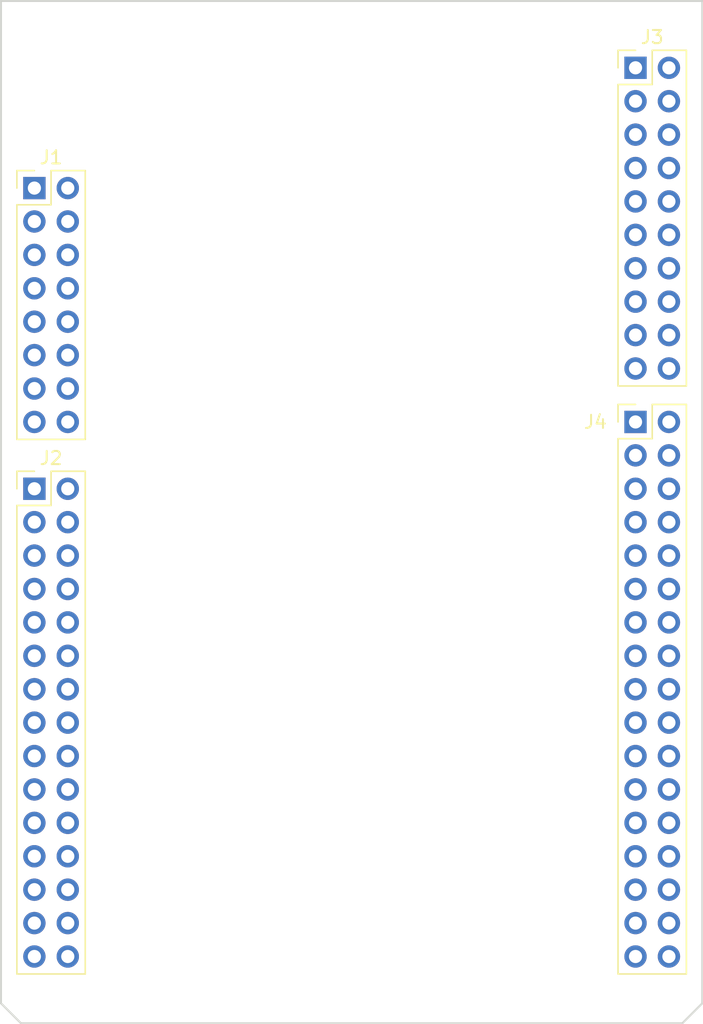
<source format=kicad_pcb>
(kicad_pcb (version 20171130) (host pcbnew 5.0.1)

  (general
    (thickness 1.6)
    (drawings 6)
    (tracks 0)
    (zones 0)
    (modules 4)
    (nets 93)
  )

  (page A4)
  (layers
    (0 F.Cu signal)
    (31 B.Cu signal)
    (36 B.SilkS user)
    (37 F.SilkS user)
    (38 B.Mask user)
    (39 F.Mask user)
    (44 Edge.Cuts user)
    (45 Margin user)
    (46 B.CrtYd user)
    (47 F.CrtYd user)
    (48 B.Fab user hide)
    (49 F.Fab user hide)
  )

  (setup
    (last_trace_width 0.1524)
    (trace_clearance 0.1524)
    (zone_clearance 0.508)
    (zone_45_only no)
    (trace_min 0.1524)
    (segment_width 0.2)
    (edge_width 0.15)
    (via_size 0.6858)
    (via_drill 0.3302)
    (via_min_size 0.508)
    (via_min_drill 0.254)
    (uvia_size 0.6858)
    (uvia_drill 0.3302)
    (uvias_allowed no)
    (uvia_min_size 0.2)
    (uvia_min_drill 0.1)
    (pcb_text_width 0.3)
    (pcb_text_size 1.5 1.5)
    (mod_edge_width 0.15)
    (mod_text_size 1 1)
    (mod_text_width 0.15)
    (pad_size 1.524 1.524)
    (pad_drill 0.762)
    (pad_to_mask_clearance 0.0508)
    (solder_mask_min_width 0.25)
    (aux_axis_origin 0 0)
    (visible_elements 7FFFFFFF)
    (pcbplotparams
      (layerselection 0x010f0_ffffffff)
      (usegerberextensions false)
      (usegerberattributes false)
      (usegerberadvancedattributes false)
      (creategerberjobfile false)
      (excludeedgelayer true)
      (linewidth 0.100000)
      (plotframeref false)
      (viasonmask false)
      (mode 1)
      (useauxorigin false)
      (hpglpennumber 1)
      (hpglpenspeed 20)
      (hpglpendiameter 15.000000)
      (psnegative false)
      (psa4output false)
      (plotreference true)
      (plotvalue true)
      (plotinvisibletext false)
      (padsonsilk false)
      (subtractmaskfromsilk false)
      (outputformat 1)
      (mirror false)
      (drillshape 0)
      (scaleselection 1)
      (outputdirectory "gerbers"))
  )

  (net 0 "")
  (net 1 "Net-(J2-Pad15)")
  (net 2 "Net-(J2-Pad13)")
  (net 3 "Net-(J1-Pad1)")
  (net 4 /PG1)
  (net 5 /PG0)
  (net 6 /PF9)
  (net 7 /PD1)
  (net 8 /PF7)
  (net 9 /PD0)
  (net 10 /PF8)
  (net 11 GND)
  (net 12 /PE3)
  (net 13 /PF0)
  (net 14 /PE6)
  (net 15 /PF1)
  (net 16 /PE5)
  (net 17 /PF2)
  (net 18 /PE4)
  (net 19 /PE2)
  (net 20 /PF10)
  (net 21 /PD3)
  (net 22 /PF5)
  (net 23 /PD4)
  (net 24 /PF3)
  (net 25 /PD5)
  (net 26 /PC3)
  (net 27 /PD6)
  (net 28 /PC0)
  (net 29 /PD7)
  (net 30 /PA3)
  (net 31 /PG3)
  (net 32 /VIN)
  (net 33 /PG2)
  (net 34 /PD2)
  (net 35 /PC12)
  (net 36 +5V)
  (net 37 /PC11)
  (net 38 +3V3)
  (net 39 /PC10)
  (net 40 /NRST)
  (net 41 /PC9)
  (net 42 /IOREF)
  (net 43 /PC8)
  (net 44 /PB11)
  (net 45 /PE0)
  (net 46 /PB10)
  (net 47 /PB0)
  (net 48 /PE15)
  (net 49 /PA0)
  (net 50 /PE14)
  (net 51 /PE12)
  (net 52 /PE2_NC)
  (net 53 /PE10)
  (net 54 /PD11)
  (net 55 /PD12)
  (net 56 /PE7)
  (net 57 /PD13)
  (net 58 /PE8)
  (net 59 /PG9)
  (net 60 /PB2)
  (net 61 /PG14)
  (net 62 /PB6)
  (net 63 /PF15)
  (net 64 /PF4)
  (net 65 /PE13)
  (net 66 /PC2)
  (net 67 /PB1)
  (net 68 /PE11)
  (net 69 /PE9)
  (net 70 GNDA)
  (net 71 /PF13)
  (net 72 VDDA)
  (net 73 /PF12)
  (net 74 /PB4)
  (net 75 /PD15)
  (net 76 /PA4)
  (net 77 /PD14)
  (net 78 /PB3)
  (net 79 /PA7)
  (net 80 /PB5)
  (net 81 /PA6)
  (net 82 /PC7)
  (net 83 /PA5)
  (net 84 /PA15)
  (net 85 /PB12)
  (net 86 /AREF)
  (net 87 /PB13)
  (net 88 /PB9)
  (net 89 /PB15)
  (net 90 /PB8)
  (net 91 /PC6)
  (net 92 /PF14)

  (net_class Default "This is the default net class."
    (clearance 0.1524)
    (trace_width 0.1524)
    (via_dia 0.6858)
    (via_drill 0.3302)
    (uvia_dia 0.6858)
    (uvia_drill 0.3302)
    (diff_pair_gap 0.254)
    (diff_pair_width 0.1524)
    (add_net +3V3)
    (add_net +5V)
    (add_net /AREF)
    (add_net /IOREF)
    (add_net /NRST)
    (add_net /PA0)
    (add_net /PA15)
    (add_net /PA3)
    (add_net /PA4)
    (add_net /PA5)
    (add_net /PA6)
    (add_net /PA7)
    (add_net /PB0)
    (add_net /PB1)
    (add_net /PB10)
    (add_net /PB11)
    (add_net /PB12)
    (add_net /PB13)
    (add_net /PB15)
    (add_net /PB2)
    (add_net /PB3)
    (add_net /PB4)
    (add_net /PB5)
    (add_net /PB6)
    (add_net /PB8)
    (add_net /PB9)
    (add_net /PC0)
    (add_net /PC10)
    (add_net /PC11)
    (add_net /PC12)
    (add_net /PC2)
    (add_net /PC3)
    (add_net /PC6)
    (add_net /PC7)
    (add_net /PC8)
    (add_net /PC9)
    (add_net /PD0)
    (add_net /PD1)
    (add_net /PD11)
    (add_net /PD12)
    (add_net /PD13)
    (add_net /PD14)
    (add_net /PD15)
    (add_net /PD2)
    (add_net /PD3)
    (add_net /PD4)
    (add_net /PD5)
    (add_net /PD6)
    (add_net /PD7)
    (add_net /PE0)
    (add_net /PE10)
    (add_net /PE11)
    (add_net /PE12)
    (add_net /PE13)
    (add_net /PE14)
    (add_net /PE15)
    (add_net /PE2)
    (add_net /PE2_NC)
    (add_net /PE3)
    (add_net /PE4)
    (add_net /PE5)
    (add_net /PE6)
    (add_net /PE7)
    (add_net /PE8)
    (add_net /PE9)
    (add_net /PF0)
    (add_net /PF1)
    (add_net /PF10)
    (add_net /PF12)
    (add_net /PF13)
    (add_net /PF14)
    (add_net /PF15)
    (add_net /PF2)
    (add_net /PF3)
    (add_net /PF4)
    (add_net /PF5)
    (add_net /PF7)
    (add_net /PF8)
    (add_net /PF9)
    (add_net /PG0)
    (add_net /PG1)
    (add_net /PG14)
    (add_net /PG2)
    (add_net /PG3)
    (add_net /PG9)
    (add_net /VIN)
    (add_net GND)
    (add_net GNDA)
    (add_net "Net-(J1-Pad1)")
    (add_net "Net-(J2-Pad13)")
    (add_net "Net-(J2-Pad15)")
    (add_net VDDA)
  )

  (module Pin_Headers:Pin_Header_Straight_2x08_Pitch2.54mm (layer F.Cu) (tedit 59650532) (tstamp 5C53A9A0)
    (at 101.6 76.2)
    (descr "Through hole straight pin header, 2x08, 2.54mm pitch, double rows")
    (tags "Through hole pin header THT 2x08 2.54mm double row")
    (path /5C5390A7)
    (fp_text reference J1 (at 1.27 -2.33) (layer F.SilkS)
      (effects (font (size 1 1) (thickness 0.15)))
    )
    (fp_text value Conn_02x08_Odd_Even (at 1.27 20.11) (layer F.Fab)
      (effects (font (size 1 1) (thickness 0.15)))
    )
    (fp_text user %R (at 1.27 8.89 90) (layer F.Fab)
      (effects (font (size 1 1) (thickness 0.15)))
    )
    (fp_line (start 4.35 -1.8) (end -1.8 -1.8) (layer F.CrtYd) (width 0.05))
    (fp_line (start 4.35 19.55) (end 4.35 -1.8) (layer F.CrtYd) (width 0.05))
    (fp_line (start -1.8 19.55) (end 4.35 19.55) (layer F.CrtYd) (width 0.05))
    (fp_line (start -1.8 -1.8) (end -1.8 19.55) (layer F.CrtYd) (width 0.05))
    (fp_line (start -1.33 -1.33) (end 0 -1.33) (layer F.SilkS) (width 0.12))
    (fp_line (start -1.33 0) (end -1.33 -1.33) (layer F.SilkS) (width 0.12))
    (fp_line (start 1.27 -1.33) (end 3.87 -1.33) (layer F.SilkS) (width 0.12))
    (fp_line (start 1.27 1.27) (end 1.27 -1.33) (layer F.SilkS) (width 0.12))
    (fp_line (start -1.33 1.27) (end 1.27 1.27) (layer F.SilkS) (width 0.12))
    (fp_line (start 3.87 -1.33) (end 3.87 19.11) (layer F.SilkS) (width 0.12))
    (fp_line (start -1.33 1.27) (end -1.33 19.11) (layer F.SilkS) (width 0.12))
    (fp_line (start -1.33 19.11) (end 3.87 19.11) (layer F.SilkS) (width 0.12))
    (fp_line (start -1.27 0) (end 0 -1.27) (layer F.Fab) (width 0.1))
    (fp_line (start -1.27 19.05) (end -1.27 0) (layer F.Fab) (width 0.1))
    (fp_line (start 3.81 19.05) (end -1.27 19.05) (layer F.Fab) (width 0.1))
    (fp_line (start 3.81 -1.27) (end 3.81 19.05) (layer F.Fab) (width 0.1))
    (fp_line (start 0 -1.27) (end 3.81 -1.27) (layer F.Fab) (width 0.1))
    (pad 16 thru_hole oval (at 2.54 17.78) (size 1.7 1.7) (drill 1) (layers *.Cu *.Mask)
      (net 31 /PG3))
    (pad 15 thru_hole oval (at 0 17.78) (size 1.7 1.7) (drill 1) (layers *.Cu *.Mask)
      (net 32 /VIN))
    (pad 14 thru_hole oval (at 2.54 15.24) (size 1.7 1.7) (drill 1) (layers *.Cu *.Mask)
      (net 33 /PG2))
    (pad 13 thru_hole oval (at 0 15.24) (size 1.7 1.7) (drill 1) (layers *.Cu *.Mask)
      (net 11 GND))
    (pad 12 thru_hole oval (at 2.54 12.7) (size 1.7 1.7) (drill 1) (layers *.Cu *.Mask)
      (net 34 /PD2))
    (pad 11 thru_hole oval (at 0 12.7) (size 1.7 1.7) (drill 1) (layers *.Cu *.Mask)
      (net 11 GND))
    (pad 10 thru_hole oval (at 2.54 10.16) (size 1.7 1.7) (drill 1) (layers *.Cu *.Mask)
      (net 35 /PC12))
    (pad 9 thru_hole oval (at 0 10.16) (size 1.7 1.7) (drill 1) (layers *.Cu *.Mask)
      (net 36 +5V))
    (pad 8 thru_hole oval (at 2.54 7.62) (size 1.7 1.7) (drill 1) (layers *.Cu *.Mask)
      (net 37 /PC11))
    (pad 7 thru_hole oval (at 0 7.62) (size 1.7 1.7) (drill 1) (layers *.Cu *.Mask)
      (net 38 +3V3))
    (pad 6 thru_hole oval (at 2.54 5.08) (size 1.7 1.7) (drill 1) (layers *.Cu *.Mask)
      (net 39 /PC10))
    (pad 5 thru_hole oval (at 0 5.08) (size 1.7 1.7) (drill 1) (layers *.Cu *.Mask)
      (net 40 /NRST))
    (pad 4 thru_hole oval (at 2.54 2.54) (size 1.7 1.7) (drill 1) (layers *.Cu *.Mask)
      (net 41 /PC9))
    (pad 3 thru_hole oval (at 0 2.54) (size 1.7 1.7) (drill 1) (layers *.Cu *.Mask)
      (net 42 /IOREF))
    (pad 2 thru_hole oval (at 2.54 0) (size 1.7 1.7) (drill 1) (layers *.Cu *.Mask)
      (net 43 /PC8))
    (pad 1 thru_hole rect (at 0 0) (size 1.7 1.7) (drill 1) (layers *.Cu *.Mask)
      (net 3 "Net-(J1-Pad1)"))
    (model ${KISYS3DMOD}/Pin_Headers.3dshapes/Pin_Header_Straight_2x08_Pitch2.54mm.wrl
      (at (xyz 0 0 0))
      (scale (xyz 1 1 1))
      (rotate (xyz 0 0 0))
    )
  )

  (module Pin_Headers:Pin_Header_Straight_2x10_Pitch2.54mm (layer F.Cu) (tedit 59650532) (tstamp 5C53A97A)
    (at 147.32 67.056)
    (descr "Through hole straight pin header, 2x10, 2.54mm pitch, double rows")
    (tags "Through hole pin header THT 2x10 2.54mm double row")
    (path /5C53918B)
    (fp_text reference J3 (at 1.27 -2.33) (layer F.SilkS)
      (effects (font (size 1 1) (thickness 0.15)))
    )
    (fp_text value Conn_02x10_Odd_Even (at 1.27 25.19) (layer F.Fab)
      (effects (font (size 1 1) (thickness 0.15)))
    )
    (fp_text user %R (at 1.27 11.43 90) (layer F.Fab)
      (effects (font (size 1 1) (thickness 0.15)))
    )
    (fp_line (start 4.35 -1.8) (end -1.8 -1.8) (layer F.CrtYd) (width 0.05))
    (fp_line (start 4.35 24.65) (end 4.35 -1.8) (layer F.CrtYd) (width 0.05))
    (fp_line (start -1.8 24.65) (end 4.35 24.65) (layer F.CrtYd) (width 0.05))
    (fp_line (start -1.8 -1.8) (end -1.8 24.65) (layer F.CrtYd) (width 0.05))
    (fp_line (start -1.33 -1.33) (end 0 -1.33) (layer F.SilkS) (width 0.12))
    (fp_line (start -1.33 0) (end -1.33 -1.33) (layer F.SilkS) (width 0.12))
    (fp_line (start 1.27 -1.33) (end 3.87 -1.33) (layer F.SilkS) (width 0.12))
    (fp_line (start 1.27 1.27) (end 1.27 -1.33) (layer F.SilkS) (width 0.12))
    (fp_line (start -1.33 1.27) (end 1.27 1.27) (layer F.SilkS) (width 0.12))
    (fp_line (start 3.87 -1.33) (end 3.87 24.19) (layer F.SilkS) (width 0.12))
    (fp_line (start -1.33 1.27) (end -1.33 24.19) (layer F.SilkS) (width 0.12))
    (fp_line (start -1.33 24.19) (end 3.87 24.19) (layer F.SilkS) (width 0.12))
    (fp_line (start -1.27 0) (end 0 -1.27) (layer F.Fab) (width 0.1))
    (fp_line (start -1.27 24.13) (end -1.27 0) (layer F.Fab) (width 0.1))
    (fp_line (start 3.81 24.13) (end -1.27 24.13) (layer F.Fab) (width 0.1))
    (fp_line (start 3.81 -1.27) (end 3.81 24.13) (layer F.Fab) (width 0.1))
    (fp_line (start 0 -1.27) (end 3.81 -1.27) (layer F.Fab) (width 0.1))
    (pad 20 thru_hole oval (at 2.54 22.86) (size 1.7 1.7) (drill 1) (layers *.Cu *.Mask)
      (net 73 /PF12))
    (pad 19 thru_hole oval (at 0 22.86) (size 1.7 1.7) (drill 1) (layers *.Cu *.Mask)
      (net 74 /PB4))
    (pad 18 thru_hole oval (at 2.54 20.32) (size 1.7 1.7) (drill 1) (layers *.Cu *.Mask)
      (net 75 /PD15))
    (pad 17 thru_hole oval (at 0 20.32) (size 1.7 1.7) (drill 1) (layers *.Cu *.Mask)
      (net 76 /PA4))
    (pad 16 thru_hole oval (at 2.54 17.78) (size 1.7 1.7) (drill 1) (layers *.Cu *.Mask)
      (net 77 /PD14))
    (pad 15 thru_hole oval (at 0 17.78) (size 1.7 1.7) (drill 1) (layers *.Cu *.Mask)
      (net 78 /PB3))
    (pad 14 thru_hole oval (at 2.54 15.24) (size 1.7 1.7) (drill 1) (layers *.Cu *.Mask)
      (net 79 /PA7))
    (pad 13 thru_hole oval (at 0 15.24) (size 1.7 1.7) (drill 1) (layers *.Cu *.Mask)
      (net 80 /PB5))
    (pad 12 thru_hole oval (at 2.54 12.7) (size 1.7 1.7) (drill 1) (layers *.Cu *.Mask)
      (net 81 /PA6))
    (pad 11 thru_hole oval (at 0 12.7) (size 1.7 1.7) (drill 1) (layers *.Cu *.Mask)
      (net 82 /PC7))
    (pad 10 thru_hole oval (at 2.54 10.16) (size 1.7 1.7) (drill 1) (layers *.Cu *.Mask)
      (net 83 /PA5))
    (pad 9 thru_hole oval (at 0 10.16) (size 1.7 1.7) (drill 1) (layers *.Cu *.Mask)
      (net 84 /PA15))
    (pad 8 thru_hole oval (at 2.54 7.62) (size 1.7 1.7) (drill 1) (layers *.Cu *.Mask)
      (net 11 GND))
    (pad 7 thru_hole oval (at 0 7.62) (size 1.7 1.7) (drill 1) (layers *.Cu *.Mask)
      (net 85 /PB12))
    (pad 6 thru_hole oval (at 2.54 5.08) (size 1.7 1.7) (drill 1) (layers *.Cu *.Mask)
      (net 86 /AREF))
    (pad 5 thru_hole oval (at 0 5.08) (size 1.7 1.7) (drill 1) (layers *.Cu *.Mask)
      (net 87 /PB13))
    (pad 4 thru_hole oval (at 2.54 2.54) (size 1.7 1.7) (drill 1) (layers *.Cu *.Mask)
      (net 88 /PB9))
    (pad 3 thru_hole oval (at 0 2.54) (size 1.7 1.7) (drill 1) (layers *.Cu *.Mask)
      (net 89 /PB15))
    (pad 2 thru_hole oval (at 2.54 0) (size 1.7 1.7) (drill 1) (layers *.Cu *.Mask)
      (net 90 /PB8))
    (pad 1 thru_hole rect (at 0 0) (size 1.7 1.7) (drill 1) (layers *.Cu *.Mask)
      (net 91 /PC6))
    (model ${KISYS3DMOD}/Pin_Headers.3dshapes/Pin_Header_Straight_2x10_Pitch2.54mm.wrl
      (at (xyz 0 0 0))
      (scale (xyz 1 1 1))
      (rotate (xyz 0 0 0))
    )
  )

  (module Pin_Headers:Pin_Header_Straight_2x15_Pitch2.54mm (layer F.Cu) (tedit 59650533) (tstamp 5C53A950)
    (at 101.6 99.06)
    (descr "Through hole straight pin header, 2x15, 2.54mm pitch, double rows")
    (tags "Through hole pin header THT 2x15 2.54mm double row")
    (path /5C53922F)
    (fp_text reference J2 (at 1.27 -2.33) (layer F.SilkS)
      (effects (font (size 1 1) (thickness 0.15)))
    )
    (fp_text value Conn_02x15_Odd_Even (at 1.27 37.89) (layer F.Fab)
      (effects (font (size 1 1) (thickness 0.15)))
    )
    (fp_text user %R (at 1.27 17.78 90) (layer F.Fab)
      (effects (font (size 1 1) (thickness 0.15)))
    )
    (fp_line (start 4.35 -1.8) (end -1.8 -1.8) (layer F.CrtYd) (width 0.05))
    (fp_line (start 4.35 37.35) (end 4.35 -1.8) (layer F.CrtYd) (width 0.05))
    (fp_line (start -1.8 37.35) (end 4.35 37.35) (layer F.CrtYd) (width 0.05))
    (fp_line (start -1.8 -1.8) (end -1.8 37.35) (layer F.CrtYd) (width 0.05))
    (fp_line (start -1.33 -1.33) (end 0 -1.33) (layer F.SilkS) (width 0.12))
    (fp_line (start -1.33 0) (end -1.33 -1.33) (layer F.SilkS) (width 0.12))
    (fp_line (start 1.27 -1.33) (end 3.87 -1.33) (layer F.SilkS) (width 0.12))
    (fp_line (start 1.27 1.27) (end 1.27 -1.33) (layer F.SilkS) (width 0.12))
    (fp_line (start -1.33 1.27) (end 1.27 1.27) (layer F.SilkS) (width 0.12))
    (fp_line (start 3.87 -1.33) (end 3.87 36.89) (layer F.SilkS) (width 0.12))
    (fp_line (start -1.33 1.27) (end -1.33 36.89) (layer F.SilkS) (width 0.12))
    (fp_line (start -1.33 36.89) (end 3.87 36.89) (layer F.SilkS) (width 0.12))
    (fp_line (start -1.27 0) (end 0 -1.27) (layer F.Fab) (width 0.1))
    (fp_line (start -1.27 36.83) (end -1.27 0) (layer F.Fab) (width 0.1))
    (fp_line (start 3.81 36.83) (end -1.27 36.83) (layer F.Fab) (width 0.1))
    (fp_line (start 3.81 -1.27) (end 3.81 36.83) (layer F.Fab) (width 0.1))
    (fp_line (start 0 -1.27) (end 3.81 -1.27) (layer F.Fab) (width 0.1))
    (pad 30 thru_hole oval (at 2.54 35.56) (size 1.7 1.7) (drill 1) (layers *.Cu *.Mask)
      (net 4 /PG1))
    (pad 29 thru_hole oval (at 0 35.56) (size 1.7 1.7) (drill 1) (layers *.Cu *.Mask)
      (net 5 /PG0))
    (pad 28 thru_hole oval (at 2.54 33.02) (size 1.7 1.7) (drill 1) (layers *.Cu *.Mask)
      (net 6 /PF9))
    (pad 27 thru_hole oval (at 0 33.02) (size 1.7 1.7) (drill 1) (layers *.Cu *.Mask)
      (net 7 /PD1))
    (pad 26 thru_hole oval (at 2.54 30.48) (size 1.7 1.7) (drill 1) (layers *.Cu *.Mask)
      (net 8 /PF7))
    (pad 25 thru_hole oval (at 0 30.48) (size 1.7 1.7) (drill 1) (layers *.Cu *.Mask)
      (net 9 /PD0))
    (pad 24 thru_hole oval (at 2.54 27.94) (size 1.7 1.7) (drill 1) (layers *.Cu *.Mask)
      (net 10 /PF8))
    (pad 23 thru_hole oval (at 0 27.94) (size 1.7 1.7) (drill 1) (layers *.Cu *.Mask)
      (net 11 GND))
    (pad 22 thru_hole oval (at 2.54 25.4) (size 1.7 1.7) (drill 1) (layers *.Cu *.Mask)
      (net 12 /PE3))
    (pad 21 thru_hole oval (at 0 25.4) (size 1.7 1.7) (drill 1) (layers *.Cu *.Mask)
      (net 13 /PF0))
    (pad 20 thru_hole oval (at 2.54 22.86) (size 1.7 1.7) (drill 1) (layers *.Cu *.Mask)
      (net 14 /PE6))
    (pad 19 thru_hole oval (at 0 22.86) (size 1.7 1.7) (drill 1) (layers *.Cu *.Mask)
      (net 15 /PF1))
    (pad 18 thru_hole oval (at 2.54 20.32) (size 1.7 1.7) (drill 1) (layers *.Cu *.Mask)
      (net 16 /PE5))
    (pad 17 thru_hole oval (at 0 20.32) (size 1.7 1.7) (drill 1) (layers *.Cu *.Mask)
      (net 17 /PF2))
    (pad 16 thru_hole oval (at 2.54 17.78) (size 1.7 1.7) (drill 1) (layers *.Cu *.Mask)
      (net 18 /PE4))
    (pad 15 thru_hole oval (at 0 17.78) (size 1.7 1.7) (drill 1) (layers *.Cu *.Mask)
      (net 1 "Net-(J2-Pad15)"))
    (pad 14 thru_hole oval (at 2.54 15.24) (size 1.7 1.7) (drill 1) (layers *.Cu *.Mask)
      (net 19 /PE2))
    (pad 13 thru_hole oval (at 0 15.24) (size 1.7 1.7) (drill 1) (layers *.Cu *.Mask)
      (net 2 "Net-(J2-Pad13)"))
    (pad 12 thru_hole oval (at 2.54 12.7) (size 1.7 1.7) (drill 1) (layers *.Cu *.Mask)
      (net 11 GND))
    (pad 11 thru_hole oval (at 0 12.7) (size 1.7 1.7) (drill 1) (layers *.Cu *.Mask)
      (net 20 /PF10))
    (pad 10 thru_hole oval (at 2.54 10.16) (size 1.7 1.7) (drill 1) (layers *.Cu *.Mask)
      (net 21 /PD3))
    (pad 9 thru_hole oval (at 0 10.16) (size 1.7 1.7) (drill 1) (layers *.Cu *.Mask)
      (net 22 /PF5))
    (pad 8 thru_hole oval (at 2.54 7.62) (size 1.7 1.7) (drill 1) (layers *.Cu *.Mask)
      (net 23 /PD4))
    (pad 7 thru_hole oval (at 0 7.62) (size 1.7 1.7) (drill 1) (layers *.Cu *.Mask)
      (net 24 /PF3))
    (pad 6 thru_hole oval (at 2.54 5.08) (size 1.7 1.7) (drill 1) (layers *.Cu *.Mask)
      (net 25 /PD5))
    (pad 5 thru_hole oval (at 0 5.08) (size 1.7 1.7) (drill 1) (layers *.Cu *.Mask)
      (net 26 /PC3))
    (pad 4 thru_hole oval (at 2.54 2.54) (size 1.7 1.7) (drill 1) (layers *.Cu *.Mask)
      (net 27 /PD6))
    (pad 3 thru_hole oval (at 0 2.54) (size 1.7 1.7) (drill 1) (layers *.Cu *.Mask)
      (net 28 /PC0))
    (pad 2 thru_hole oval (at 2.54 0) (size 1.7 1.7) (drill 1) (layers *.Cu *.Mask)
      (net 29 /PD7))
    (pad 1 thru_hole rect (at 0 0) (size 1.7 1.7) (drill 1) (layers *.Cu *.Mask)
      (net 30 /PA3))
    (model ${KISYS3DMOD}/Pin_Headers.3dshapes/Pin_Header_Straight_2x15_Pitch2.54mm.wrl
      (at (xyz 0 0 0))
      (scale (xyz 1 1 1))
      (rotate (xyz 0 0 0))
    )
  )

  (module Pin_Headers:Pin_Header_Straight_2x17_Pitch2.54mm (layer F.Cu) (tedit 59650533) (tstamp 5C53A91C)
    (at 147.32 93.98)
    (descr "Through hole straight pin header, 2x17, 2.54mm pitch, double rows")
    (tags "Through hole pin header THT 2x17 2.54mm double row")
    (path /5C539317)
    (fp_text reference J4 (at -3.048 0) (layer F.SilkS)
      (effects (font (size 1 1) (thickness 0.15)))
    )
    (fp_text value Conn_02x17_Odd_Even (at 1.27 42.97) (layer F.Fab)
      (effects (font (size 1 1) (thickness 0.15)))
    )
    (fp_text user %R (at 1.27 20.32 90) (layer F.Fab)
      (effects (font (size 1 1) (thickness 0.15)))
    )
    (fp_line (start 4.35 -1.8) (end -1.8 -1.8) (layer F.CrtYd) (width 0.05))
    (fp_line (start 4.35 42.45) (end 4.35 -1.8) (layer F.CrtYd) (width 0.05))
    (fp_line (start -1.8 42.45) (end 4.35 42.45) (layer F.CrtYd) (width 0.05))
    (fp_line (start -1.8 -1.8) (end -1.8 42.45) (layer F.CrtYd) (width 0.05))
    (fp_line (start -1.33 -1.33) (end 0 -1.33) (layer F.SilkS) (width 0.12))
    (fp_line (start -1.33 0) (end -1.33 -1.33) (layer F.SilkS) (width 0.12))
    (fp_line (start 1.27 -1.33) (end 3.87 -1.33) (layer F.SilkS) (width 0.12))
    (fp_line (start 1.27 1.27) (end 1.27 -1.33) (layer F.SilkS) (width 0.12))
    (fp_line (start -1.33 1.27) (end 1.27 1.27) (layer F.SilkS) (width 0.12))
    (fp_line (start 3.87 -1.33) (end 3.87 41.97) (layer F.SilkS) (width 0.12))
    (fp_line (start -1.33 1.27) (end -1.33 41.97) (layer F.SilkS) (width 0.12))
    (fp_line (start -1.33 41.97) (end 3.87 41.97) (layer F.SilkS) (width 0.12))
    (fp_line (start -1.27 0) (end 0 -1.27) (layer F.Fab) (width 0.1))
    (fp_line (start -1.27 41.91) (end -1.27 0) (layer F.Fab) (width 0.1))
    (fp_line (start 3.81 41.91) (end -1.27 41.91) (layer F.Fab) (width 0.1))
    (fp_line (start 3.81 -1.27) (end 3.81 41.91) (layer F.Fab) (width 0.1))
    (fp_line (start 0 -1.27) (end 3.81 -1.27) (layer F.Fab) (width 0.1))
    (pad 34 thru_hole oval (at 2.54 40.64) (size 1.7 1.7) (drill 1) (layers *.Cu *.Mask)
      (net 44 /PB11))
    (pad 33 thru_hole oval (at 0 40.64) (size 1.7 1.7) (drill 1) (layers *.Cu *.Mask)
      (net 45 /PE0))
    (pad 32 thru_hole oval (at 2.54 38.1) (size 1.7 1.7) (drill 1) (layers *.Cu *.Mask)
      (net 46 /PB10))
    (pad 31 thru_hole oval (at 0 38.1) (size 1.7 1.7) (drill 1) (layers *.Cu *.Mask)
      (net 47 /PB0))
    (pad 30 thru_hole oval (at 2.54 35.56) (size 1.7 1.7) (drill 1) (layers *.Cu *.Mask)
      (net 48 /PE15))
    (pad 29 thru_hole oval (at 0 35.56) (size 1.7 1.7) (drill 1) (layers *.Cu *.Mask)
      (net 49 /PA0))
    (pad 28 thru_hole oval (at 2.54 33.02) (size 1.7 1.7) (drill 1) (layers *.Cu *.Mask)
      (net 50 /PE14))
    (pad 27 thru_hole oval (at 0 33.02) (size 1.7 1.7) (drill 1) (layers *.Cu *.Mask)
      (net 11 GND))
    (pad 26 thru_hole oval (at 2.54 30.48) (size 1.7 1.7) (drill 1) (layers *.Cu *.Mask)
      (net 51 /PE12))
    (pad 25 thru_hole oval (at 0 30.48) (size 1.7 1.7) (drill 1) (layers *.Cu *.Mask)
      (net 52 /PE2_NC))
    (pad 24 thru_hole oval (at 2.54 27.94) (size 1.7 1.7) (drill 1) (layers *.Cu *.Mask)
      (net 53 /PE10))
    (pad 23 thru_hole oval (at 0 27.94) (size 1.7 1.7) (drill 1) (layers *.Cu *.Mask)
      (net 54 /PD11))
    (pad 22 thru_hole oval (at 2.54 25.4) (size 1.7 1.7) (drill 1) (layers *.Cu *.Mask)
      (net 11 GND))
    (pad 21 thru_hole oval (at 0 25.4) (size 1.7 1.7) (drill 1) (layers *.Cu *.Mask)
      (net 55 /PD12))
    (pad 20 thru_hole oval (at 2.54 22.86) (size 1.7 1.7) (drill 1) (layers *.Cu *.Mask)
      (net 56 /PE7))
    (pad 19 thru_hole oval (at 0 22.86) (size 1.7 1.7) (drill 1) (layers *.Cu *.Mask)
      (net 57 /PD13))
    (pad 18 thru_hole oval (at 2.54 20.32) (size 1.7 1.7) (drill 1) (layers *.Cu *.Mask)
      (net 58 /PE8))
    (pad 17 thru_hole oval (at 0 20.32) (size 1.7 1.7) (drill 1) (layers *.Cu *.Mask)
      (net 11 GND))
    (pad 16 thru_hole oval (at 2.54 17.78) (size 1.7 1.7) (drill 1) (layers *.Cu *.Mask)
      (net 59 /PG9))
    (pad 15 thru_hole oval (at 0 17.78) (size 1.7 1.7) (drill 1) (layers *.Cu *.Mask)
      (net 60 /PB2))
    (pad 14 thru_hole oval (at 2.54 15.24) (size 1.7 1.7) (drill 1) (layers *.Cu *.Mask)
      (net 61 /PG14))
    (pad 13 thru_hole oval (at 0 15.24) (size 1.7 1.7) (drill 1) (layers *.Cu *.Mask)
      (net 62 /PB6))
    (pad 12 thru_hole oval (at 2.54 12.7) (size 1.7 1.7) (drill 1) (layers *.Cu *.Mask)
      (net 63 /PF15))
    (pad 11 thru_hole oval (at 0 12.7) (size 1.7 1.7) (drill 1) (layers *.Cu *.Mask)
      (net 64 /PF4))
    (pad 10 thru_hole oval (at 2.54 10.16) (size 1.7 1.7) (drill 1) (layers *.Cu *.Mask)
      (net 65 /PE13))
    (pad 9 thru_hole oval (at 0 10.16) (size 1.7 1.7) (drill 1) (layers *.Cu *.Mask)
      (net 66 /PC2))
    (pad 8 thru_hole oval (at 2.54 7.62) (size 1.7 1.7) (drill 1) (layers *.Cu *.Mask)
      (net 92 /PF14))
    (pad 7 thru_hole oval (at 0 7.62) (size 1.7 1.7) (drill 1) (layers *.Cu *.Mask)
      (net 67 /PB1))
    (pad 6 thru_hole oval (at 2.54 5.08) (size 1.7 1.7) (drill 1) (layers *.Cu *.Mask)
      (net 68 /PE11))
    (pad 5 thru_hole oval (at 0 5.08) (size 1.7 1.7) (drill 1) (layers *.Cu *.Mask)
      (net 11 GND))
    (pad 4 thru_hole oval (at 2.54 2.54) (size 1.7 1.7) (drill 1) (layers *.Cu *.Mask)
      (net 69 /PE9))
    (pad 3 thru_hole oval (at 0 2.54) (size 1.7 1.7) (drill 1) (layers *.Cu *.Mask)
      (net 70 GNDA))
    (pad 2 thru_hole oval (at 2.54 0) (size 1.7 1.7) (drill 1) (layers *.Cu *.Mask)
      (net 71 /PF13))
    (pad 1 thru_hole rect (at 0 0) (size 1.7 1.7) (drill 1) (layers *.Cu *.Mask)
      (net 72 VDDA))
    (model ${KISYS3DMOD}/Pin_Headers.3dshapes/Pin_Header_Straight_2x17_Pitch2.54mm.wrl
      (at (xyz 0 0 0))
      (scale (xyz 1 1 1))
      (rotate (xyz 0 0 0))
    )
  )

  (gr_line (start 150.876 139.7) (end 152.4 138.176) (layer Edge.Cuts) (width 0.15))
  (gr_line (start 100.584 139.7) (end 99.06 138.176) (layer Edge.Cuts) (width 0.15))
  (gr_line (start 99.06 61.976) (end 99.06 138.176) (layer Edge.Cuts) (width 0.15))
  (gr_line (start 152.4 61.976) (end 99.06 61.976) (layer Edge.Cuts) (width 0.15))
  (gr_line (start 152.4 138.176) (end 152.4 61.976) (layer Edge.Cuts) (width 0.15))
  (gr_line (start 100.584 139.7) (end 150.876 139.7) (layer Edge.Cuts) (width 0.15))

)

</source>
